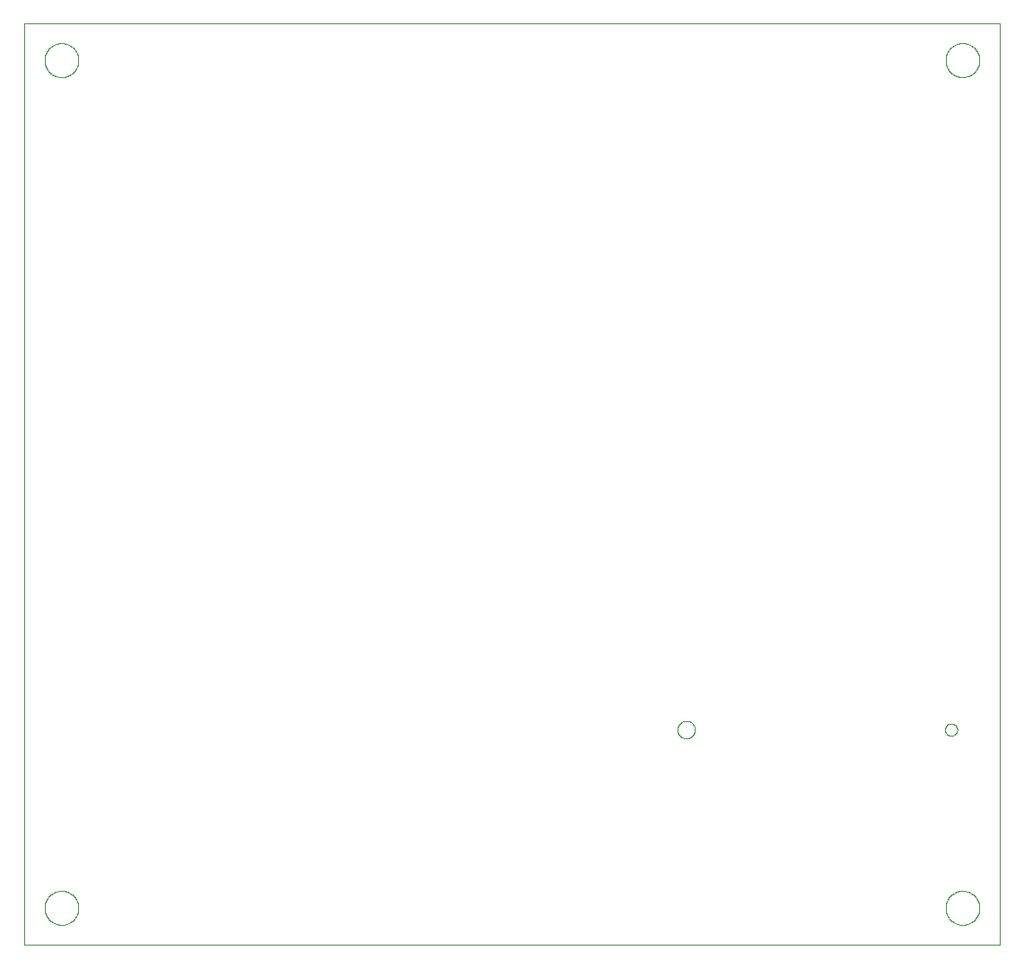
<source format=gbp>
G75*
%MOIN*%
%OFA0B0*%
%FSLAX25Y25*%
%IPPOS*%
%LPD*%
%AMOC8*
5,1,8,0,0,1.08239X$1,22.5*
%
%ADD10C,0.00000*%
D10*
X0003220Y0057549D02*
X0003220Y0400069D01*
X0365642Y0400069D01*
X0365642Y0057549D01*
X0003220Y0057549D01*
X0010701Y0071329D02*
X0010703Y0071487D01*
X0010709Y0071645D01*
X0010719Y0071803D01*
X0010733Y0071961D01*
X0010751Y0072118D01*
X0010772Y0072275D01*
X0010798Y0072431D01*
X0010828Y0072587D01*
X0010861Y0072742D01*
X0010899Y0072895D01*
X0010940Y0073048D01*
X0010985Y0073200D01*
X0011034Y0073351D01*
X0011087Y0073500D01*
X0011143Y0073648D01*
X0011203Y0073794D01*
X0011267Y0073939D01*
X0011335Y0074082D01*
X0011406Y0074224D01*
X0011480Y0074364D01*
X0011558Y0074501D01*
X0011640Y0074637D01*
X0011724Y0074771D01*
X0011813Y0074902D01*
X0011904Y0075031D01*
X0011999Y0075158D01*
X0012096Y0075283D01*
X0012197Y0075405D01*
X0012301Y0075524D01*
X0012408Y0075641D01*
X0012518Y0075755D01*
X0012631Y0075866D01*
X0012746Y0075975D01*
X0012864Y0076080D01*
X0012985Y0076182D01*
X0013108Y0076282D01*
X0013234Y0076378D01*
X0013362Y0076471D01*
X0013492Y0076561D01*
X0013625Y0076647D01*
X0013760Y0076731D01*
X0013896Y0076810D01*
X0014035Y0076887D01*
X0014176Y0076959D01*
X0014318Y0077029D01*
X0014462Y0077094D01*
X0014608Y0077156D01*
X0014755Y0077214D01*
X0014904Y0077269D01*
X0015054Y0077320D01*
X0015205Y0077367D01*
X0015357Y0077410D01*
X0015510Y0077449D01*
X0015665Y0077485D01*
X0015820Y0077516D01*
X0015976Y0077544D01*
X0016132Y0077568D01*
X0016289Y0077588D01*
X0016447Y0077604D01*
X0016604Y0077616D01*
X0016763Y0077624D01*
X0016921Y0077628D01*
X0017079Y0077628D01*
X0017237Y0077624D01*
X0017396Y0077616D01*
X0017553Y0077604D01*
X0017711Y0077588D01*
X0017868Y0077568D01*
X0018024Y0077544D01*
X0018180Y0077516D01*
X0018335Y0077485D01*
X0018490Y0077449D01*
X0018643Y0077410D01*
X0018795Y0077367D01*
X0018946Y0077320D01*
X0019096Y0077269D01*
X0019245Y0077214D01*
X0019392Y0077156D01*
X0019538Y0077094D01*
X0019682Y0077029D01*
X0019824Y0076959D01*
X0019965Y0076887D01*
X0020104Y0076810D01*
X0020240Y0076731D01*
X0020375Y0076647D01*
X0020508Y0076561D01*
X0020638Y0076471D01*
X0020766Y0076378D01*
X0020892Y0076282D01*
X0021015Y0076182D01*
X0021136Y0076080D01*
X0021254Y0075975D01*
X0021369Y0075866D01*
X0021482Y0075755D01*
X0021592Y0075641D01*
X0021699Y0075524D01*
X0021803Y0075405D01*
X0021904Y0075283D01*
X0022001Y0075158D01*
X0022096Y0075031D01*
X0022187Y0074902D01*
X0022276Y0074771D01*
X0022360Y0074637D01*
X0022442Y0074501D01*
X0022520Y0074364D01*
X0022594Y0074224D01*
X0022665Y0074082D01*
X0022733Y0073939D01*
X0022797Y0073794D01*
X0022857Y0073648D01*
X0022913Y0073500D01*
X0022966Y0073351D01*
X0023015Y0073200D01*
X0023060Y0073048D01*
X0023101Y0072895D01*
X0023139Y0072742D01*
X0023172Y0072587D01*
X0023202Y0072431D01*
X0023228Y0072275D01*
X0023249Y0072118D01*
X0023267Y0071961D01*
X0023281Y0071803D01*
X0023291Y0071645D01*
X0023297Y0071487D01*
X0023299Y0071329D01*
X0023297Y0071171D01*
X0023291Y0071013D01*
X0023281Y0070855D01*
X0023267Y0070697D01*
X0023249Y0070540D01*
X0023228Y0070383D01*
X0023202Y0070227D01*
X0023172Y0070071D01*
X0023139Y0069916D01*
X0023101Y0069763D01*
X0023060Y0069610D01*
X0023015Y0069458D01*
X0022966Y0069307D01*
X0022913Y0069158D01*
X0022857Y0069010D01*
X0022797Y0068864D01*
X0022733Y0068719D01*
X0022665Y0068576D01*
X0022594Y0068434D01*
X0022520Y0068294D01*
X0022442Y0068157D01*
X0022360Y0068021D01*
X0022276Y0067887D01*
X0022187Y0067756D01*
X0022096Y0067627D01*
X0022001Y0067500D01*
X0021904Y0067375D01*
X0021803Y0067253D01*
X0021699Y0067134D01*
X0021592Y0067017D01*
X0021482Y0066903D01*
X0021369Y0066792D01*
X0021254Y0066683D01*
X0021136Y0066578D01*
X0021015Y0066476D01*
X0020892Y0066376D01*
X0020766Y0066280D01*
X0020638Y0066187D01*
X0020508Y0066097D01*
X0020375Y0066011D01*
X0020240Y0065927D01*
X0020104Y0065848D01*
X0019965Y0065771D01*
X0019824Y0065699D01*
X0019682Y0065629D01*
X0019538Y0065564D01*
X0019392Y0065502D01*
X0019245Y0065444D01*
X0019096Y0065389D01*
X0018946Y0065338D01*
X0018795Y0065291D01*
X0018643Y0065248D01*
X0018490Y0065209D01*
X0018335Y0065173D01*
X0018180Y0065142D01*
X0018024Y0065114D01*
X0017868Y0065090D01*
X0017711Y0065070D01*
X0017553Y0065054D01*
X0017396Y0065042D01*
X0017237Y0065034D01*
X0017079Y0065030D01*
X0016921Y0065030D01*
X0016763Y0065034D01*
X0016604Y0065042D01*
X0016447Y0065054D01*
X0016289Y0065070D01*
X0016132Y0065090D01*
X0015976Y0065114D01*
X0015820Y0065142D01*
X0015665Y0065173D01*
X0015510Y0065209D01*
X0015357Y0065248D01*
X0015205Y0065291D01*
X0015054Y0065338D01*
X0014904Y0065389D01*
X0014755Y0065444D01*
X0014608Y0065502D01*
X0014462Y0065564D01*
X0014318Y0065629D01*
X0014176Y0065699D01*
X0014035Y0065771D01*
X0013896Y0065848D01*
X0013760Y0065927D01*
X0013625Y0066011D01*
X0013492Y0066097D01*
X0013362Y0066187D01*
X0013234Y0066280D01*
X0013108Y0066376D01*
X0012985Y0066476D01*
X0012864Y0066578D01*
X0012746Y0066683D01*
X0012631Y0066792D01*
X0012518Y0066903D01*
X0012408Y0067017D01*
X0012301Y0067134D01*
X0012197Y0067253D01*
X0012096Y0067375D01*
X0011999Y0067500D01*
X0011904Y0067627D01*
X0011813Y0067756D01*
X0011724Y0067887D01*
X0011640Y0068021D01*
X0011558Y0068157D01*
X0011480Y0068294D01*
X0011406Y0068434D01*
X0011335Y0068576D01*
X0011267Y0068719D01*
X0011203Y0068864D01*
X0011143Y0069010D01*
X0011087Y0069158D01*
X0011034Y0069307D01*
X0010985Y0069458D01*
X0010940Y0069610D01*
X0010899Y0069763D01*
X0010861Y0069916D01*
X0010828Y0070071D01*
X0010798Y0070227D01*
X0010772Y0070383D01*
X0010751Y0070540D01*
X0010733Y0070697D01*
X0010719Y0070855D01*
X0010709Y0071013D01*
X0010703Y0071171D01*
X0010701Y0071329D01*
X0245760Y0137549D02*
X0245762Y0137662D01*
X0245768Y0137776D01*
X0245778Y0137889D01*
X0245792Y0138001D01*
X0245809Y0138113D01*
X0245831Y0138224D01*
X0245856Y0138335D01*
X0245886Y0138444D01*
X0245919Y0138553D01*
X0245956Y0138660D01*
X0245997Y0138766D01*
X0246041Y0138870D01*
X0246089Y0138973D01*
X0246140Y0139074D01*
X0246195Y0139173D01*
X0246254Y0139270D01*
X0246315Y0139365D01*
X0246380Y0139458D01*
X0246449Y0139549D01*
X0246520Y0139637D01*
X0246594Y0139722D01*
X0246672Y0139805D01*
X0246752Y0139885D01*
X0246835Y0139963D01*
X0246920Y0140037D01*
X0247008Y0140108D01*
X0247099Y0140177D01*
X0247192Y0140242D01*
X0247287Y0140303D01*
X0247384Y0140362D01*
X0247483Y0140417D01*
X0247584Y0140468D01*
X0247687Y0140516D01*
X0247791Y0140560D01*
X0247897Y0140601D01*
X0248004Y0140638D01*
X0248113Y0140671D01*
X0248222Y0140701D01*
X0248333Y0140726D01*
X0248444Y0140748D01*
X0248556Y0140765D01*
X0248668Y0140779D01*
X0248781Y0140789D01*
X0248895Y0140795D01*
X0249008Y0140797D01*
X0249121Y0140795D01*
X0249235Y0140789D01*
X0249348Y0140779D01*
X0249460Y0140765D01*
X0249572Y0140748D01*
X0249683Y0140726D01*
X0249794Y0140701D01*
X0249903Y0140671D01*
X0250012Y0140638D01*
X0250119Y0140601D01*
X0250225Y0140560D01*
X0250329Y0140516D01*
X0250432Y0140468D01*
X0250533Y0140417D01*
X0250632Y0140362D01*
X0250729Y0140303D01*
X0250824Y0140242D01*
X0250917Y0140177D01*
X0251008Y0140108D01*
X0251096Y0140037D01*
X0251181Y0139963D01*
X0251264Y0139885D01*
X0251344Y0139805D01*
X0251422Y0139722D01*
X0251496Y0139637D01*
X0251567Y0139549D01*
X0251636Y0139458D01*
X0251701Y0139365D01*
X0251762Y0139270D01*
X0251821Y0139173D01*
X0251876Y0139074D01*
X0251927Y0138973D01*
X0251975Y0138870D01*
X0252019Y0138766D01*
X0252060Y0138660D01*
X0252097Y0138553D01*
X0252130Y0138444D01*
X0252160Y0138335D01*
X0252185Y0138224D01*
X0252207Y0138113D01*
X0252224Y0138001D01*
X0252238Y0137889D01*
X0252248Y0137776D01*
X0252254Y0137662D01*
X0252256Y0137549D01*
X0252254Y0137436D01*
X0252248Y0137322D01*
X0252238Y0137209D01*
X0252224Y0137097D01*
X0252207Y0136985D01*
X0252185Y0136874D01*
X0252160Y0136763D01*
X0252130Y0136654D01*
X0252097Y0136545D01*
X0252060Y0136438D01*
X0252019Y0136332D01*
X0251975Y0136228D01*
X0251927Y0136125D01*
X0251876Y0136024D01*
X0251821Y0135925D01*
X0251762Y0135828D01*
X0251701Y0135733D01*
X0251636Y0135640D01*
X0251567Y0135549D01*
X0251496Y0135461D01*
X0251422Y0135376D01*
X0251344Y0135293D01*
X0251264Y0135213D01*
X0251181Y0135135D01*
X0251096Y0135061D01*
X0251008Y0134990D01*
X0250917Y0134921D01*
X0250824Y0134856D01*
X0250729Y0134795D01*
X0250632Y0134736D01*
X0250533Y0134681D01*
X0250432Y0134630D01*
X0250329Y0134582D01*
X0250225Y0134538D01*
X0250119Y0134497D01*
X0250012Y0134460D01*
X0249903Y0134427D01*
X0249794Y0134397D01*
X0249683Y0134372D01*
X0249572Y0134350D01*
X0249460Y0134333D01*
X0249348Y0134319D01*
X0249235Y0134309D01*
X0249121Y0134303D01*
X0249008Y0134301D01*
X0248895Y0134303D01*
X0248781Y0134309D01*
X0248668Y0134319D01*
X0248556Y0134333D01*
X0248444Y0134350D01*
X0248333Y0134372D01*
X0248222Y0134397D01*
X0248113Y0134427D01*
X0248004Y0134460D01*
X0247897Y0134497D01*
X0247791Y0134538D01*
X0247687Y0134582D01*
X0247584Y0134630D01*
X0247483Y0134681D01*
X0247384Y0134736D01*
X0247287Y0134795D01*
X0247192Y0134856D01*
X0247099Y0134921D01*
X0247008Y0134990D01*
X0246920Y0135061D01*
X0246835Y0135135D01*
X0246752Y0135213D01*
X0246672Y0135293D01*
X0246594Y0135376D01*
X0246520Y0135461D01*
X0246449Y0135549D01*
X0246380Y0135640D01*
X0246315Y0135733D01*
X0246254Y0135828D01*
X0246195Y0135925D01*
X0246140Y0136024D01*
X0246089Y0136125D01*
X0246041Y0136228D01*
X0245997Y0136332D01*
X0245956Y0136438D01*
X0245919Y0136545D01*
X0245886Y0136654D01*
X0245856Y0136763D01*
X0245831Y0136874D01*
X0245809Y0136985D01*
X0245792Y0137097D01*
X0245778Y0137209D01*
X0245768Y0137322D01*
X0245762Y0137436D01*
X0245760Y0137549D01*
X0345169Y0137549D02*
X0345171Y0137644D01*
X0345177Y0137738D01*
X0345187Y0137833D01*
X0345201Y0137927D01*
X0345218Y0138020D01*
X0345240Y0138112D01*
X0345266Y0138203D01*
X0345295Y0138294D01*
X0345328Y0138382D01*
X0345365Y0138470D01*
X0345405Y0138556D01*
X0345449Y0138640D01*
X0345496Y0138722D01*
X0345547Y0138802D01*
X0345601Y0138880D01*
X0345659Y0138955D01*
X0345719Y0139028D01*
X0345783Y0139099D01*
X0345849Y0139167D01*
X0345918Y0139231D01*
X0345990Y0139293D01*
X0346064Y0139352D01*
X0346141Y0139408D01*
X0346220Y0139461D01*
X0346301Y0139510D01*
X0346384Y0139555D01*
X0346469Y0139598D01*
X0346556Y0139636D01*
X0346644Y0139671D01*
X0346733Y0139702D01*
X0346824Y0139730D01*
X0346916Y0139753D01*
X0347009Y0139773D01*
X0347102Y0139789D01*
X0347196Y0139801D01*
X0347291Y0139809D01*
X0347386Y0139813D01*
X0347480Y0139813D01*
X0347575Y0139809D01*
X0347670Y0139801D01*
X0347764Y0139789D01*
X0347857Y0139773D01*
X0347950Y0139753D01*
X0348042Y0139730D01*
X0348133Y0139702D01*
X0348222Y0139671D01*
X0348310Y0139636D01*
X0348397Y0139598D01*
X0348482Y0139555D01*
X0348565Y0139510D01*
X0348646Y0139461D01*
X0348725Y0139408D01*
X0348802Y0139352D01*
X0348876Y0139293D01*
X0348948Y0139231D01*
X0349017Y0139167D01*
X0349083Y0139099D01*
X0349147Y0139028D01*
X0349207Y0138955D01*
X0349265Y0138880D01*
X0349319Y0138802D01*
X0349370Y0138722D01*
X0349417Y0138640D01*
X0349461Y0138556D01*
X0349501Y0138470D01*
X0349538Y0138382D01*
X0349571Y0138294D01*
X0349600Y0138203D01*
X0349626Y0138112D01*
X0349648Y0138020D01*
X0349665Y0137927D01*
X0349679Y0137833D01*
X0349689Y0137738D01*
X0349695Y0137644D01*
X0349697Y0137549D01*
X0349695Y0137454D01*
X0349689Y0137360D01*
X0349679Y0137265D01*
X0349665Y0137171D01*
X0349648Y0137078D01*
X0349626Y0136986D01*
X0349600Y0136895D01*
X0349571Y0136804D01*
X0349538Y0136716D01*
X0349501Y0136628D01*
X0349461Y0136542D01*
X0349417Y0136458D01*
X0349370Y0136376D01*
X0349319Y0136296D01*
X0349265Y0136218D01*
X0349207Y0136143D01*
X0349147Y0136070D01*
X0349083Y0135999D01*
X0349017Y0135931D01*
X0348948Y0135867D01*
X0348876Y0135805D01*
X0348802Y0135746D01*
X0348725Y0135690D01*
X0348646Y0135637D01*
X0348565Y0135588D01*
X0348482Y0135543D01*
X0348397Y0135500D01*
X0348310Y0135462D01*
X0348222Y0135427D01*
X0348133Y0135396D01*
X0348042Y0135368D01*
X0347950Y0135345D01*
X0347857Y0135325D01*
X0347764Y0135309D01*
X0347670Y0135297D01*
X0347575Y0135289D01*
X0347480Y0135285D01*
X0347386Y0135285D01*
X0347291Y0135289D01*
X0347196Y0135297D01*
X0347102Y0135309D01*
X0347009Y0135325D01*
X0346916Y0135345D01*
X0346824Y0135368D01*
X0346733Y0135396D01*
X0346644Y0135427D01*
X0346556Y0135462D01*
X0346469Y0135500D01*
X0346384Y0135543D01*
X0346301Y0135588D01*
X0346220Y0135637D01*
X0346141Y0135690D01*
X0346064Y0135746D01*
X0345990Y0135805D01*
X0345918Y0135867D01*
X0345849Y0135931D01*
X0345783Y0135999D01*
X0345719Y0136070D01*
X0345659Y0136143D01*
X0345601Y0136218D01*
X0345547Y0136296D01*
X0345496Y0136376D01*
X0345449Y0136458D01*
X0345405Y0136542D01*
X0345365Y0136628D01*
X0345328Y0136716D01*
X0345295Y0136804D01*
X0345266Y0136895D01*
X0345240Y0136986D01*
X0345218Y0137078D01*
X0345201Y0137171D01*
X0345187Y0137265D01*
X0345177Y0137360D01*
X0345171Y0137454D01*
X0345169Y0137549D01*
X0345347Y0071329D02*
X0345349Y0071487D01*
X0345355Y0071645D01*
X0345365Y0071803D01*
X0345379Y0071961D01*
X0345397Y0072118D01*
X0345418Y0072275D01*
X0345444Y0072431D01*
X0345474Y0072587D01*
X0345507Y0072742D01*
X0345545Y0072895D01*
X0345586Y0073048D01*
X0345631Y0073200D01*
X0345680Y0073351D01*
X0345733Y0073500D01*
X0345789Y0073648D01*
X0345849Y0073794D01*
X0345913Y0073939D01*
X0345981Y0074082D01*
X0346052Y0074224D01*
X0346126Y0074364D01*
X0346204Y0074501D01*
X0346286Y0074637D01*
X0346370Y0074771D01*
X0346459Y0074902D01*
X0346550Y0075031D01*
X0346645Y0075158D01*
X0346742Y0075283D01*
X0346843Y0075405D01*
X0346947Y0075524D01*
X0347054Y0075641D01*
X0347164Y0075755D01*
X0347277Y0075866D01*
X0347392Y0075975D01*
X0347510Y0076080D01*
X0347631Y0076182D01*
X0347754Y0076282D01*
X0347880Y0076378D01*
X0348008Y0076471D01*
X0348138Y0076561D01*
X0348271Y0076647D01*
X0348406Y0076731D01*
X0348542Y0076810D01*
X0348681Y0076887D01*
X0348822Y0076959D01*
X0348964Y0077029D01*
X0349108Y0077094D01*
X0349254Y0077156D01*
X0349401Y0077214D01*
X0349550Y0077269D01*
X0349700Y0077320D01*
X0349851Y0077367D01*
X0350003Y0077410D01*
X0350156Y0077449D01*
X0350311Y0077485D01*
X0350466Y0077516D01*
X0350622Y0077544D01*
X0350778Y0077568D01*
X0350935Y0077588D01*
X0351093Y0077604D01*
X0351250Y0077616D01*
X0351409Y0077624D01*
X0351567Y0077628D01*
X0351725Y0077628D01*
X0351883Y0077624D01*
X0352042Y0077616D01*
X0352199Y0077604D01*
X0352357Y0077588D01*
X0352514Y0077568D01*
X0352670Y0077544D01*
X0352826Y0077516D01*
X0352981Y0077485D01*
X0353136Y0077449D01*
X0353289Y0077410D01*
X0353441Y0077367D01*
X0353592Y0077320D01*
X0353742Y0077269D01*
X0353891Y0077214D01*
X0354038Y0077156D01*
X0354184Y0077094D01*
X0354328Y0077029D01*
X0354470Y0076959D01*
X0354611Y0076887D01*
X0354750Y0076810D01*
X0354886Y0076731D01*
X0355021Y0076647D01*
X0355154Y0076561D01*
X0355284Y0076471D01*
X0355412Y0076378D01*
X0355538Y0076282D01*
X0355661Y0076182D01*
X0355782Y0076080D01*
X0355900Y0075975D01*
X0356015Y0075866D01*
X0356128Y0075755D01*
X0356238Y0075641D01*
X0356345Y0075524D01*
X0356449Y0075405D01*
X0356550Y0075283D01*
X0356647Y0075158D01*
X0356742Y0075031D01*
X0356833Y0074902D01*
X0356922Y0074771D01*
X0357006Y0074637D01*
X0357088Y0074501D01*
X0357166Y0074364D01*
X0357240Y0074224D01*
X0357311Y0074082D01*
X0357379Y0073939D01*
X0357443Y0073794D01*
X0357503Y0073648D01*
X0357559Y0073500D01*
X0357612Y0073351D01*
X0357661Y0073200D01*
X0357706Y0073048D01*
X0357747Y0072895D01*
X0357785Y0072742D01*
X0357818Y0072587D01*
X0357848Y0072431D01*
X0357874Y0072275D01*
X0357895Y0072118D01*
X0357913Y0071961D01*
X0357927Y0071803D01*
X0357937Y0071645D01*
X0357943Y0071487D01*
X0357945Y0071329D01*
X0357943Y0071171D01*
X0357937Y0071013D01*
X0357927Y0070855D01*
X0357913Y0070697D01*
X0357895Y0070540D01*
X0357874Y0070383D01*
X0357848Y0070227D01*
X0357818Y0070071D01*
X0357785Y0069916D01*
X0357747Y0069763D01*
X0357706Y0069610D01*
X0357661Y0069458D01*
X0357612Y0069307D01*
X0357559Y0069158D01*
X0357503Y0069010D01*
X0357443Y0068864D01*
X0357379Y0068719D01*
X0357311Y0068576D01*
X0357240Y0068434D01*
X0357166Y0068294D01*
X0357088Y0068157D01*
X0357006Y0068021D01*
X0356922Y0067887D01*
X0356833Y0067756D01*
X0356742Y0067627D01*
X0356647Y0067500D01*
X0356550Y0067375D01*
X0356449Y0067253D01*
X0356345Y0067134D01*
X0356238Y0067017D01*
X0356128Y0066903D01*
X0356015Y0066792D01*
X0355900Y0066683D01*
X0355782Y0066578D01*
X0355661Y0066476D01*
X0355538Y0066376D01*
X0355412Y0066280D01*
X0355284Y0066187D01*
X0355154Y0066097D01*
X0355021Y0066011D01*
X0354886Y0065927D01*
X0354750Y0065848D01*
X0354611Y0065771D01*
X0354470Y0065699D01*
X0354328Y0065629D01*
X0354184Y0065564D01*
X0354038Y0065502D01*
X0353891Y0065444D01*
X0353742Y0065389D01*
X0353592Y0065338D01*
X0353441Y0065291D01*
X0353289Y0065248D01*
X0353136Y0065209D01*
X0352981Y0065173D01*
X0352826Y0065142D01*
X0352670Y0065114D01*
X0352514Y0065090D01*
X0352357Y0065070D01*
X0352199Y0065054D01*
X0352042Y0065042D01*
X0351883Y0065034D01*
X0351725Y0065030D01*
X0351567Y0065030D01*
X0351409Y0065034D01*
X0351250Y0065042D01*
X0351093Y0065054D01*
X0350935Y0065070D01*
X0350778Y0065090D01*
X0350622Y0065114D01*
X0350466Y0065142D01*
X0350311Y0065173D01*
X0350156Y0065209D01*
X0350003Y0065248D01*
X0349851Y0065291D01*
X0349700Y0065338D01*
X0349550Y0065389D01*
X0349401Y0065444D01*
X0349254Y0065502D01*
X0349108Y0065564D01*
X0348964Y0065629D01*
X0348822Y0065699D01*
X0348681Y0065771D01*
X0348542Y0065848D01*
X0348406Y0065927D01*
X0348271Y0066011D01*
X0348138Y0066097D01*
X0348008Y0066187D01*
X0347880Y0066280D01*
X0347754Y0066376D01*
X0347631Y0066476D01*
X0347510Y0066578D01*
X0347392Y0066683D01*
X0347277Y0066792D01*
X0347164Y0066903D01*
X0347054Y0067017D01*
X0346947Y0067134D01*
X0346843Y0067253D01*
X0346742Y0067375D01*
X0346645Y0067500D01*
X0346550Y0067627D01*
X0346459Y0067756D01*
X0346370Y0067887D01*
X0346286Y0068021D01*
X0346204Y0068157D01*
X0346126Y0068294D01*
X0346052Y0068434D01*
X0345981Y0068576D01*
X0345913Y0068719D01*
X0345849Y0068864D01*
X0345789Y0069010D01*
X0345733Y0069158D01*
X0345680Y0069307D01*
X0345631Y0069458D01*
X0345586Y0069610D01*
X0345545Y0069763D01*
X0345507Y0069916D01*
X0345474Y0070071D01*
X0345444Y0070227D01*
X0345418Y0070383D01*
X0345397Y0070540D01*
X0345379Y0070697D01*
X0345365Y0070855D01*
X0345355Y0071013D01*
X0345349Y0071171D01*
X0345347Y0071329D01*
X0345347Y0386289D02*
X0345349Y0386447D01*
X0345355Y0386605D01*
X0345365Y0386763D01*
X0345379Y0386921D01*
X0345397Y0387078D01*
X0345418Y0387235D01*
X0345444Y0387391D01*
X0345474Y0387547D01*
X0345507Y0387702D01*
X0345545Y0387855D01*
X0345586Y0388008D01*
X0345631Y0388160D01*
X0345680Y0388311D01*
X0345733Y0388460D01*
X0345789Y0388608D01*
X0345849Y0388754D01*
X0345913Y0388899D01*
X0345981Y0389042D01*
X0346052Y0389184D01*
X0346126Y0389324D01*
X0346204Y0389461D01*
X0346286Y0389597D01*
X0346370Y0389731D01*
X0346459Y0389862D01*
X0346550Y0389991D01*
X0346645Y0390118D01*
X0346742Y0390243D01*
X0346843Y0390365D01*
X0346947Y0390484D01*
X0347054Y0390601D01*
X0347164Y0390715D01*
X0347277Y0390826D01*
X0347392Y0390935D01*
X0347510Y0391040D01*
X0347631Y0391142D01*
X0347754Y0391242D01*
X0347880Y0391338D01*
X0348008Y0391431D01*
X0348138Y0391521D01*
X0348271Y0391607D01*
X0348406Y0391691D01*
X0348542Y0391770D01*
X0348681Y0391847D01*
X0348822Y0391919D01*
X0348964Y0391989D01*
X0349108Y0392054D01*
X0349254Y0392116D01*
X0349401Y0392174D01*
X0349550Y0392229D01*
X0349700Y0392280D01*
X0349851Y0392327D01*
X0350003Y0392370D01*
X0350156Y0392409D01*
X0350311Y0392445D01*
X0350466Y0392476D01*
X0350622Y0392504D01*
X0350778Y0392528D01*
X0350935Y0392548D01*
X0351093Y0392564D01*
X0351250Y0392576D01*
X0351409Y0392584D01*
X0351567Y0392588D01*
X0351725Y0392588D01*
X0351883Y0392584D01*
X0352042Y0392576D01*
X0352199Y0392564D01*
X0352357Y0392548D01*
X0352514Y0392528D01*
X0352670Y0392504D01*
X0352826Y0392476D01*
X0352981Y0392445D01*
X0353136Y0392409D01*
X0353289Y0392370D01*
X0353441Y0392327D01*
X0353592Y0392280D01*
X0353742Y0392229D01*
X0353891Y0392174D01*
X0354038Y0392116D01*
X0354184Y0392054D01*
X0354328Y0391989D01*
X0354470Y0391919D01*
X0354611Y0391847D01*
X0354750Y0391770D01*
X0354886Y0391691D01*
X0355021Y0391607D01*
X0355154Y0391521D01*
X0355284Y0391431D01*
X0355412Y0391338D01*
X0355538Y0391242D01*
X0355661Y0391142D01*
X0355782Y0391040D01*
X0355900Y0390935D01*
X0356015Y0390826D01*
X0356128Y0390715D01*
X0356238Y0390601D01*
X0356345Y0390484D01*
X0356449Y0390365D01*
X0356550Y0390243D01*
X0356647Y0390118D01*
X0356742Y0389991D01*
X0356833Y0389862D01*
X0356922Y0389731D01*
X0357006Y0389597D01*
X0357088Y0389461D01*
X0357166Y0389324D01*
X0357240Y0389184D01*
X0357311Y0389042D01*
X0357379Y0388899D01*
X0357443Y0388754D01*
X0357503Y0388608D01*
X0357559Y0388460D01*
X0357612Y0388311D01*
X0357661Y0388160D01*
X0357706Y0388008D01*
X0357747Y0387855D01*
X0357785Y0387702D01*
X0357818Y0387547D01*
X0357848Y0387391D01*
X0357874Y0387235D01*
X0357895Y0387078D01*
X0357913Y0386921D01*
X0357927Y0386763D01*
X0357937Y0386605D01*
X0357943Y0386447D01*
X0357945Y0386289D01*
X0357943Y0386131D01*
X0357937Y0385973D01*
X0357927Y0385815D01*
X0357913Y0385657D01*
X0357895Y0385500D01*
X0357874Y0385343D01*
X0357848Y0385187D01*
X0357818Y0385031D01*
X0357785Y0384876D01*
X0357747Y0384723D01*
X0357706Y0384570D01*
X0357661Y0384418D01*
X0357612Y0384267D01*
X0357559Y0384118D01*
X0357503Y0383970D01*
X0357443Y0383824D01*
X0357379Y0383679D01*
X0357311Y0383536D01*
X0357240Y0383394D01*
X0357166Y0383254D01*
X0357088Y0383117D01*
X0357006Y0382981D01*
X0356922Y0382847D01*
X0356833Y0382716D01*
X0356742Y0382587D01*
X0356647Y0382460D01*
X0356550Y0382335D01*
X0356449Y0382213D01*
X0356345Y0382094D01*
X0356238Y0381977D01*
X0356128Y0381863D01*
X0356015Y0381752D01*
X0355900Y0381643D01*
X0355782Y0381538D01*
X0355661Y0381436D01*
X0355538Y0381336D01*
X0355412Y0381240D01*
X0355284Y0381147D01*
X0355154Y0381057D01*
X0355021Y0380971D01*
X0354886Y0380887D01*
X0354750Y0380808D01*
X0354611Y0380731D01*
X0354470Y0380659D01*
X0354328Y0380589D01*
X0354184Y0380524D01*
X0354038Y0380462D01*
X0353891Y0380404D01*
X0353742Y0380349D01*
X0353592Y0380298D01*
X0353441Y0380251D01*
X0353289Y0380208D01*
X0353136Y0380169D01*
X0352981Y0380133D01*
X0352826Y0380102D01*
X0352670Y0380074D01*
X0352514Y0380050D01*
X0352357Y0380030D01*
X0352199Y0380014D01*
X0352042Y0380002D01*
X0351883Y0379994D01*
X0351725Y0379990D01*
X0351567Y0379990D01*
X0351409Y0379994D01*
X0351250Y0380002D01*
X0351093Y0380014D01*
X0350935Y0380030D01*
X0350778Y0380050D01*
X0350622Y0380074D01*
X0350466Y0380102D01*
X0350311Y0380133D01*
X0350156Y0380169D01*
X0350003Y0380208D01*
X0349851Y0380251D01*
X0349700Y0380298D01*
X0349550Y0380349D01*
X0349401Y0380404D01*
X0349254Y0380462D01*
X0349108Y0380524D01*
X0348964Y0380589D01*
X0348822Y0380659D01*
X0348681Y0380731D01*
X0348542Y0380808D01*
X0348406Y0380887D01*
X0348271Y0380971D01*
X0348138Y0381057D01*
X0348008Y0381147D01*
X0347880Y0381240D01*
X0347754Y0381336D01*
X0347631Y0381436D01*
X0347510Y0381538D01*
X0347392Y0381643D01*
X0347277Y0381752D01*
X0347164Y0381863D01*
X0347054Y0381977D01*
X0346947Y0382094D01*
X0346843Y0382213D01*
X0346742Y0382335D01*
X0346645Y0382460D01*
X0346550Y0382587D01*
X0346459Y0382716D01*
X0346370Y0382847D01*
X0346286Y0382981D01*
X0346204Y0383117D01*
X0346126Y0383254D01*
X0346052Y0383394D01*
X0345981Y0383536D01*
X0345913Y0383679D01*
X0345849Y0383824D01*
X0345789Y0383970D01*
X0345733Y0384118D01*
X0345680Y0384267D01*
X0345631Y0384418D01*
X0345586Y0384570D01*
X0345545Y0384723D01*
X0345507Y0384876D01*
X0345474Y0385031D01*
X0345444Y0385187D01*
X0345418Y0385343D01*
X0345397Y0385500D01*
X0345379Y0385657D01*
X0345365Y0385815D01*
X0345355Y0385973D01*
X0345349Y0386131D01*
X0345347Y0386289D01*
X0010701Y0386289D02*
X0010703Y0386447D01*
X0010709Y0386605D01*
X0010719Y0386763D01*
X0010733Y0386921D01*
X0010751Y0387078D01*
X0010772Y0387235D01*
X0010798Y0387391D01*
X0010828Y0387547D01*
X0010861Y0387702D01*
X0010899Y0387855D01*
X0010940Y0388008D01*
X0010985Y0388160D01*
X0011034Y0388311D01*
X0011087Y0388460D01*
X0011143Y0388608D01*
X0011203Y0388754D01*
X0011267Y0388899D01*
X0011335Y0389042D01*
X0011406Y0389184D01*
X0011480Y0389324D01*
X0011558Y0389461D01*
X0011640Y0389597D01*
X0011724Y0389731D01*
X0011813Y0389862D01*
X0011904Y0389991D01*
X0011999Y0390118D01*
X0012096Y0390243D01*
X0012197Y0390365D01*
X0012301Y0390484D01*
X0012408Y0390601D01*
X0012518Y0390715D01*
X0012631Y0390826D01*
X0012746Y0390935D01*
X0012864Y0391040D01*
X0012985Y0391142D01*
X0013108Y0391242D01*
X0013234Y0391338D01*
X0013362Y0391431D01*
X0013492Y0391521D01*
X0013625Y0391607D01*
X0013760Y0391691D01*
X0013896Y0391770D01*
X0014035Y0391847D01*
X0014176Y0391919D01*
X0014318Y0391989D01*
X0014462Y0392054D01*
X0014608Y0392116D01*
X0014755Y0392174D01*
X0014904Y0392229D01*
X0015054Y0392280D01*
X0015205Y0392327D01*
X0015357Y0392370D01*
X0015510Y0392409D01*
X0015665Y0392445D01*
X0015820Y0392476D01*
X0015976Y0392504D01*
X0016132Y0392528D01*
X0016289Y0392548D01*
X0016447Y0392564D01*
X0016604Y0392576D01*
X0016763Y0392584D01*
X0016921Y0392588D01*
X0017079Y0392588D01*
X0017237Y0392584D01*
X0017396Y0392576D01*
X0017553Y0392564D01*
X0017711Y0392548D01*
X0017868Y0392528D01*
X0018024Y0392504D01*
X0018180Y0392476D01*
X0018335Y0392445D01*
X0018490Y0392409D01*
X0018643Y0392370D01*
X0018795Y0392327D01*
X0018946Y0392280D01*
X0019096Y0392229D01*
X0019245Y0392174D01*
X0019392Y0392116D01*
X0019538Y0392054D01*
X0019682Y0391989D01*
X0019824Y0391919D01*
X0019965Y0391847D01*
X0020104Y0391770D01*
X0020240Y0391691D01*
X0020375Y0391607D01*
X0020508Y0391521D01*
X0020638Y0391431D01*
X0020766Y0391338D01*
X0020892Y0391242D01*
X0021015Y0391142D01*
X0021136Y0391040D01*
X0021254Y0390935D01*
X0021369Y0390826D01*
X0021482Y0390715D01*
X0021592Y0390601D01*
X0021699Y0390484D01*
X0021803Y0390365D01*
X0021904Y0390243D01*
X0022001Y0390118D01*
X0022096Y0389991D01*
X0022187Y0389862D01*
X0022276Y0389731D01*
X0022360Y0389597D01*
X0022442Y0389461D01*
X0022520Y0389324D01*
X0022594Y0389184D01*
X0022665Y0389042D01*
X0022733Y0388899D01*
X0022797Y0388754D01*
X0022857Y0388608D01*
X0022913Y0388460D01*
X0022966Y0388311D01*
X0023015Y0388160D01*
X0023060Y0388008D01*
X0023101Y0387855D01*
X0023139Y0387702D01*
X0023172Y0387547D01*
X0023202Y0387391D01*
X0023228Y0387235D01*
X0023249Y0387078D01*
X0023267Y0386921D01*
X0023281Y0386763D01*
X0023291Y0386605D01*
X0023297Y0386447D01*
X0023299Y0386289D01*
X0023297Y0386131D01*
X0023291Y0385973D01*
X0023281Y0385815D01*
X0023267Y0385657D01*
X0023249Y0385500D01*
X0023228Y0385343D01*
X0023202Y0385187D01*
X0023172Y0385031D01*
X0023139Y0384876D01*
X0023101Y0384723D01*
X0023060Y0384570D01*
X0023015Y0384418D01*
X0022966Y0384267D01*
X0022913Y0384118D01*
X0022857Y0383970D01*
X0022797Y0383824D01*
X0022733Y0383679D01*
X0022665Y0383536D01*
X0022594Y0383394D01*
X0022520Y0383254D01*
X0022442Y0383117D01*
X0022360Y0382981D01*
X0022276Y0382847D01*
X0022187Y0382716D01*
X0022096Y0382587D01*
X0022001Y0382460D01*
X0021904Y0382335D01*
X0021803Y0382213D01*
X0021699Y0382094D01*
X0021592Y0381977D01*
X0021482Y0381863D01*
X0021369Y0381752D01*
X0021254Y0381643D01*
X0021136Y0381538D01*
X0021015Y0381436D01*
X0020892Y0381336D01*
X0020766Y0381240D01*
X0020638Y0381147D01*
X0020508Y0381057D01*
X0020375Y0380971D01*
X0020240Y0380887D01*
X0020104Y0380808D01*
X0019965Y0380731D01*
X0019824Y0380659D01*
X0019682Y0380589D01*
X0019538Y0380524D01*
X0019392Y0380462D01*
X0019245Y0380404D01*
X0019096Y0380349D01*
X0018946Y0380298D01*
X0018795Y0380251D01*
X0018643Y0380208D01*
X0018490Y0380169D01*
X0018335Y0380133D01*
X0018180Y0380102D01*
X0018024Y0380074D01*
X0017868Y0380050D01*
X0017711Y0380030D01*
X0017553Y0380014D01*
X0017396Y0380002D01*
X0017237Y0379994D01*
X0017079Y0379990D01*
X0016921Y0379990D01*
X0016763Y0379994D01*
X0016604Y0380002D01*
X0016447Y0380014D01*
X0016289Y0380030D01*
X0016132Y0380050D01*
X0015976Y0380074D01*
X0015820Y0380102D01*
X0015665Y0380133D01*
X0015510Y0380169D01*
X0015357Y0380208D01*
X0015205Y0380251D01*
X0015054Y0380298D01*
X0014904Y0380349D01*
X0014755Y0380404D01*
X0014608Y0380462D01*
X0014462Y0380524D01*
X0014318Y0380589D01*
X0014176Y0380659D01*
X0014035Y0380731D01*
X0013896Y0380808D01*
X0013760Y0380887D01*
X0013625Y0380971D01*
X0013492Y0381057D01*
X0013362Y0381147D01*
X0013234Y0381240D01*
X0013108Y0381336D01*
X0012985Y0381436D01*
X0012864Y0381538D01*
X0012746Y0381643D01*
X0012631Y0381752D01*
X0012518Y0381863D01*
X0012408Y0381977D01*
X0012301Y0382094D01*
X0012197Y0382213D01*
X0012096Y0382335D01*
X0011999Y0382460D01*
X0011904Y0382587D01*
X0011813Y0382716D01*
X0011724Y0382847D01*
X0011640Y0382981D01*
X0011558Y0383117D01*
X0011480Y0383254D01*
X0011406Y0383394D01*
X0011335Y0383536D01*
X0011267Y0383679D01*
X0011203Y0383824D01*
X0011143Y0383970D01*
X0011087Y0384118D01*
X0011034Y0384267D01*
X0010985Y0384418D01*
X0010940Y0384570D01*
X0010899Y0384723D01*
X0010861Y0384876D01*
X0010828Y0385031D01*
X0010798Y0385187D01*
X0010772Y0385343D01*
X0010751Y0385500D01*
X0010733Y0385657D01*
X0010719Y0385815D01*
X0010709Y0385973D01*
X0010703Y0386131D01*
X0010701Y0386289D01*
M02*

</source>
